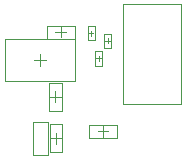
<source format=gbr>
%TF.GenerationSoftware,Altium Limited,Altium Designer,20.1.8 (145)*%
G04 Layer_Color=16711935*
%FSLAX45Y45*%
%MOMM*%
%TF.SameCoordinates,69C50D53-9BFA-4F85-B750-FB8D41B2BBF4*%
%TF.FilePolarity,Positive*%
%TF.FileFunction,Other,Bottom_Courtyard*%
%TF.Part,Single*%
G01*
G75*
%TA.AperFunction,NonConductor*%
%ADD26C,0.10000*%
%ADD27C,0.10160*%
D26*
X627041Y1081824D02*
X727041D01*
X677041Y1031824D02*
Y1131824D01*
D27*
X1380512Y1552022D02*
X1865512D01*
Y712022D02*
Y1552022D01*
X1380512Y712022D02*
X1865512D01*
X1380512D02*
Y1552022D01*
X1078476Y1246575D02*
X1138475D01*
X1078476D02*
X1078476Y1366576D01*
X1138475D02*
X1138475Y1246575D01*
X1108476Y1286575D02*
Y1326575D01*
X1088476Y1306575D02*
X1128476D01*
X1078476Y1366576D02*
X1138475D01*
X1219049Y1184522D02*
X1279049D01*
X1229049Y1244523D02*
X1269049D01*
X1249049Y1224523D02*
Y1264522D01*
X1219049Y1184522D02*
Y1304522D01*
X1279049Y1184522D02*
Y1304522D01*
X1219049D02*
X1279049D01*
X1142849Y1034174D02*
X1202849D01*
X1142849D02*
Y1154174D01*
X1202849Y1034174D02*
Y1154174D01*
X1172849Y1074174D02*
Y1114174D01*
X1152849Y1094174D02*
X1192849D01*
X1142849Y1154174D02*
X1202849D01*
X615248Y280279D02*
X740248D01*
X615248Y555279D02*
X740248D01*
Y280279D02*
Y555279D01*
X615248Y280279D02*
Y555279D01*
X761063Y300280D02*
Y535279D01*
X866064Y300280D02*
Y535279D01*
X761063D02*
X866064D01*
X761063Y300280D02*
X866064D01*
X813563Y372779D02*
Y462779D01*
X768563Y417779D02*
X858563D01*
X760451Y769640D02*
X850451D01*
X805451Y724639D02*
Y814640D01*
X750451Y652140D02*
Y887139D01*
X860451Y652140D02*
Y887139D01*
X750451D02*
X860451D01*
X750451Y652140D02*
X860451D01*
X379541Y906824D02*
X379542Y1256824D01*
X974541D02*
X974541Y906824D01*
X379541D02*
X974541D01*
X379542Y1256824D02*
X974541D01*
X850655Y1273260D02*
Y1363260D01*
X805654Y1318260D02*
X895655D01*
X733155Y1263260D02*
X968155D01*
X733155Y1373260D02*
X968155D01*
X733155Y1263260D02*
Y1373260D01*
X968155Y1263260D02*
Y1373260D01*
X1207935Y432312D02*
Y522312D01*
X1162934Y477312D02*
X1252935D01*
X1090435Y424812D02*
Y529812D01*
X1325434Y424812D02*
Y529812D01*
X1090435Y424812D02*
X1325434D01*
X1090435Y529812D02*
X1325434D01*
%TF.MD5,2483b7597af66eb6d0077cf793254d72*%
M02*

</source>
